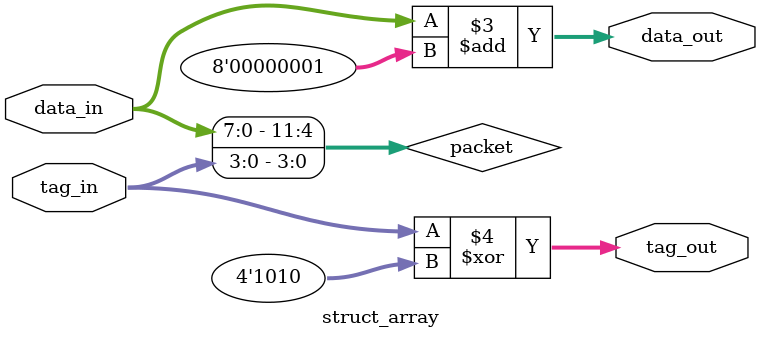
<source format=sv>
typedef struct packed {
    logic [7:0] data;
    logic [3:0] tag;
} packet_t;

module struct_array (
    input  logic [7:0] data_in,
    input  logic [3:0] tag_in,
    output logic [7:0] data_out,
    output logic [3:0] tag_out
);
    // Local struct variable
    packet_t packet;
    
    // Pack input into struct
    always_comb begin
        packet.data = data_in;
        packet.tag = tag_in;
    end
    
    // Process the packet
    always_comb begin
        data_out = packet.data + 8'd1;
        tag_out = packet.tag ^ 4'b1010;
    end
endmodule
</source>
